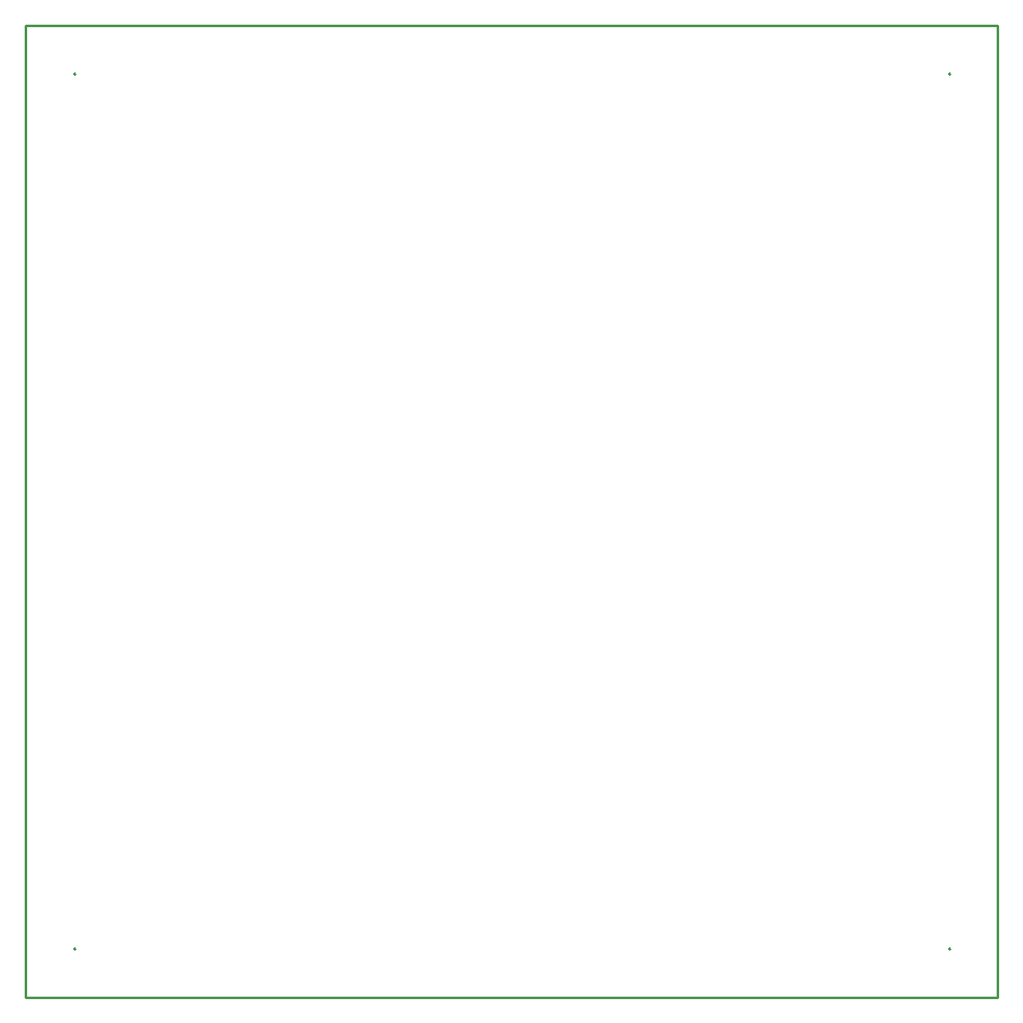
<source format=gbr>
G04 EAGLE Gerber RS-274X export*
G75*
%MOMM*%
%FSLAX34Y34*%
%LPD*%
%IN*%
%IPPOS*%
%AMOC8*
5,1,8,0,0,1.08239X$1,22.5*%
G01*
%ADD10C,0.254000*%


D10*
X0Y0D02*
X1000000Y0D01*
X1000000Y1000000D01*
X0Y1000000D01*
X0Y0D01*
X50394Y49922D02*
X50334Y49777D01*
X50223Y49666D01*
X50078Y49606D01*
X49922Y49606D01*
X49777Y49666D01*
X49666Y49777D01*
X49606Y49922D01*
X49606Y50078D01*
X49666Y50223D01*
X49777Y50334D01*
X49922Y50394D01*
X50078Y50394D01*
X50223Y50334D01*
X50334Y50223D01*
X50394Y50078D01*
X50394Y49922D01*
X950394Y49922D02*
X950334Y49777D01*
X950223Y49666D01*
X950078Y49606D01*
X949922Y49606D01*
X949777Y49666D01*
X949666Y49777D01*
X949606Y49922D01*
X949606Y50078D01*
X949666Y50223D01*
X949777Y50334D01*
X949922Y50394D01*
X950078Y50394D01*
X950223Y50334D01*
X950334Y50223D01*
X950394Y50078D01*
X950394Y49922D01*
X950394Y949922D02*
X950334Y949777D01*
X950223Y949666D01*
X950078Y949606D01*
X949922Y949606D01*
X949777Y949666D01*
X949666Y949777D01*
X949606Y949922D01*
X949606Y950078D01*
X949666Y950223D01*
X949777Y950334D01*
X949922Y950394D01*
X950078Y950394D01*
X950223Y950334D01*
X950334Y950223D01*
X950394Y950078D01*
X950394Y949922D01*
X50394Y949922D02*
X50334Y949777D01*
X50223Y949666D01*
X50078Y949606D01*
X49922Y949606D01*
X49777Y949666D01*
X49666Y949777D01*
X49606Y949922D01*
X49606Y950078D01*
X49666Y950223D01*
X49777Y950334D01*
X49922Y950394D01*
X50078Y950394D01*
X50223Y950334D01*
X50334Y950223D01*
X50394Y950078D01*
X50394Y949922D01*
M02*

</source>
